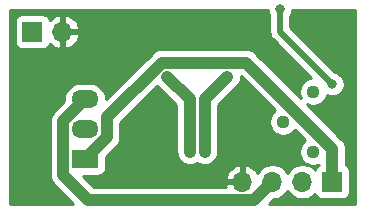
<source format=gbl>
%TF.GenerationSoftware,KiCad,Pcbnew,(5.1.8)-1*%
%TF.CreationDate,2021-03-06T21:20:45+09:00*%
%TF.ProjectId,power module,706f7765-7220-46d6-9f64-756c652e6b69,rev?*%
%TF.SameCoordinates,PX525bfc0PY59a0560*%
%TF.FileFunction,Copper,L2,Bot*%
%TF.FilePolarity,Positive*%
%FSLAX46Y46*%
G04 Gerber Fmt 4.6, Leading zero omitted, Abs format (unit mm)*
G04 Created by KiCad (PCBNEW (5.1.8)-1) date 2021-03-06 21:20:45*
%MOMM*%
%LPD*%
G01*
G04 APERTURE LIST*
%TA.AperFunction,ComponentPad*%
%ADD10R,1.700000X1.700000*%
%TD*%
%TA.AperFunction,ComponentPad*%
%ADD11O,1.700000X1.700000*%
%TD*%
%TA.AperFunction,ComponentPad*%
%ADD12C,1.120000*%
%TD*%
%TA.AperFunction,ComponentPad*%
%ADD13R,2.300000X1.500000*%
%TD*%
%TA.AperFunction,ComponentPad*%
%ADD14O,2.300000X1.500000*%
%TD*%
%TA.AperFunction,ViaPad*%
%ADD15C,0.800000*%
%TD*%
%TA.AperFunction,Conductor*%
%ADD16C,1.000000*%
%TD*%
%TA.AperFunction,Conductor*%
%ADD17C,0.500000*%
%TD*%
%TA.AperFunction,Conductor*%
%ADD18C,0.254000*%
%TD*%
%TA.AperFunction,Conductor*%
%ADD19C,0.100000*%
%TD*%
G04 APERTURE END LIST*
D10*
%TO.P,J2,1*%
%TO.N,Net-(C1-Pad1)*%
X27940000Y2540000D03*
D11*
%TO.P,J2,2*%
%TO.N,Net-(C2-Pad1)*%
X25400000Y2540000D03*
%TO.P,J2,3*%
%TO.N,Net-(J2-Pad3)*%
X22860000Y2540000D03*
%TO.P,J2,4*%
%TO.N,Net-(C1-Pad2)*%
X20320000Y2540000D03*
%TD*%
D10*
%TO.P,J1,1*%
%TO.N,Net-(C1-Pad1)*%
X2540000Y15240000D03*
D11*
%TO.P,J1,2*%
%TO.N,Net-(C1-Pad2)*%
X5080000Y15240000D03*
%TD*%
D12*
%TO.P,R3,1*%
%TO.N,Net-(PS1-Pad6)*%
X26315000Y5080000D03*
%TO.P,R3,2*%
%TO.N,Net-(R3-Pad2)*%
X23775000Y7620000D03*
%TO.P,R3,3*%
X26315000Y10160000D03*
%TD*%
D13*
%TO.P,U1,1*%
%TO.N,Net-(C1-Pad1)*%
X6985000Y4445000D03*
D14*
%TO.P,U1,2*%
%TO.N,Net-(C1-Pad2)*%
X6985000Y6985000D03*
%TO.P,U1,3*%
%TO.N,Net-(J2-Pad3)*%
X6985000Y9525000D03*
%TD*%
D15*
%TO.N,Net-(C1-Pad2)*%
X8890000Y11430000D03*
X22860000Y13970000D03*
X9525000Y16510000D03*
X13970000Y8890000D03*
X1270000Y1270000D03*
X1270000Y4445000D03*
X4445000Y1270000D03*
X15240000Y2540000D03*
X29210000Y10160000D03*
%TO.N,Net-(C2-Pad1)*%
X17145000Y5080000D03*
X19050000Y11430000D03*
X27940000Y10795000D03*
X23495000Y17145000D03*
%TO.N,Net-(PS1-Pad1)*%
X15875000Y5080000D03*
X13970000Y11430000D03*
%TD*%
D16*
%TO.N,Net-(C1-Pad1)*%
X27940000Y5319802D02*
X27940000Y2540000D01*
X20629793Y12630009D02*
X27940000Y5319802D01*
X13472939Y12630009D02*
X20629793Y12630009D01*
X8835010Y7992080D02*
X13472939Y12630009D01*
X8835010Y6295010D02*
X8835010Y7992080D01*
X6985000Y4445000D02*
X8835010Y6295010D01*
%TO.N,Net-(C2-Pad1)*%
X17145000Y9525000D02*
X19050000Y11430000D01*
X17145000Y5080000D02*
X17145000Y9525000D01*
D17*
X23495000Y15240000D02*
X23495000Y17145000D01*
X27940000Y10795000D02*
X23495000Y15240000D01*
D16*
%TO.N,Net-(J2-Pad3)*%
X21309999Y989999D02*
X22860000Y2540000D01*
X7279999Y989999D02*
X21309999Y989999D01*
X5134999Y3134999D02*
X7279999Y989999D01*
X5134999Y7674999D02*
X5134999Y3134999D01*
X6985000Y9525000D02*
X5134999Y7674999D01*
%TO.N,Net-(PS1-Pad1)*%
X15875000Y9525000D02*
X13970000Y11430000D01*
X15875000Y5080000D02*
X15875000Y9525000D01*
%TD*%
D18*
%TO.N,Net-(C1-Pad2)*%
X22460000Y17043061D02*
X22499774Y16843102D01*
X22577795Y16654744D01*
X22610001Y16606545D01*
X22610000Y15283469D01*
X22605719Y15240000D01*
X22610000Y15196531D01*
X22610000Y15196524D01*
X22622805Y15066511D01*
X22673411Y14899688D01*
X22755589Y14745942D01*
X22866183Y14611183D01*
X22899956Y14583466D01*
X26139849Y11343572D01*
X25966431Y11309077D01*
X25748955Y11218995D01*
X25553232Y11088217D01*
X25386783Y10921768D01*
X25256005Y10726045D01*
X25165923Y10508569D01*
X25120000Y10277697D01*
X25120000Y10042303D01*
X25165923Y9811431D01*
X25245417Y9619516D01*
X21471789Y13393144D01*
X21436242Y13436458D01*
X21263416Y13578293D01*
X21066240Y13683685D01*
X20852292Y13748586D01*
X20685545Y13765009D01*
X20685544Y13765009D01*
X20629793Y13770500D01*
X20574042Y13765009D01*
X13528690Y13765009D01*
X13472938Y13770500D01*
X13417187Y13765009D01*
X13250440Y13748586D01*
X13036492Y13683685D01*
X12839316Y13578293D01*
X12666490Y13436458D01*
X12630948Y13393150D01*
X8775455Y9537656D01*
X8749960Y9796507D01*
X8670764Y10057581D01*
X8542157Y10298188D01*
X8369081Y10509081D01*
X8158188Y10682157D01*
X7917581Y10810764D01*
X7656507Y10889960D01*
X7453037Y10910000D01*
X6516963Y10910000D01*
X6313493Y10889960D01*
X6052419Y10810764D01*
X5811812Y10682157D01*
X5600919Y10509081D01*
X5427843Y10298188D01*
X5299236Y10057581D01*
X5220040Y9796507D01*
X5193299Y9525000D01*
X5210027Y9355159D01*
X4371863Y8516994D01*
X4328550Y8481448D01*
X4186715Y8308622D01*
X4096586Y8140000D01*
X4081323Y8111445D01*
X4016422Y7897497D01*
X3994508Y7674999D01*
X3999999Y7619247D01*
X4000000Y3190760D01*
X3994508Y3134999D01*
X4016422Y2912501D01*
X4081323Y2698553D01*
X4130383Y2606769D01*
X4186716Y2501376D01*
X4328551Y2328550D01*
X4371859Y2293008D01*
X6004866Y660000D01*
X660000Y660000D01*
X660000Y16090000D01*
X1051928Y16090000D01*
X1051928Y14390000D01*
X1064188Y14265518D01*
X1100498Y14145820D01*
X1159463Y14035506D01*
X1238815Y13938815D01*
X1335506Y13859463D01*
X1445820Y13800498D01*
X1565518Y13764188D01*
X1690000Y13751928D01*
X3390000Y13751928D01*
X3514482Y13764188D01*
X3634180Y13800498D01*
X3744494Y13859463D01*
X3841185Y13938815D01*
X3920537Y14035506D01*
X3979502Y14145820D01*
X4003966Y14226466D01*
X4079731Y14142412D01*
X4313080Y13968359D01*
X4575901Y13843175D01*
X4723110Y13798524D01*
X4953000Y13919845D01*
X4953000Y15113000D01*
X5207000Y15113000D01*
X5207000Y13919845D01*
X5436890Y13798524D01*
X5584099Y13843175D01*
X5846920Y13968359D01*
X6080269Y14142412D01*
X6275178Y14358645D01*
X6424157Y14608748D01*
X6521481Y14883109D01*
X6400814Y15113000D01*
X5207000Y15113000D01*
X4953000Y15113000D01*
X4933000Y15113000D01*
X4933000Y15367000D01*
X4953000Y15367000D01*
X4953000Y16560155D01*
X5207000Y16560155D01*
X5207000Y15367000D01*
X6400814Y15367000D01*
X6521481Y15596891D01*
X6424157Y15871252D01*
X6275178Y16121355D01*
X6080269Y16337588D01*
X5846920Y16511641D01*
X5584099Y16636825D01*
X5436890Y16681476D01*
X5207000Y16560155D01*
X4953000Y16560155D01*
X4723110Y16681476D01*
X4575901Y16636825D01*
X4313080Y16511641D01*
X4079731Y16337588D01*
X4003966Y16253534D01*
X3979502Y16334180D01*
X3920537Y16444494D01*
X3841185Y16541185D01*
X3744494Y16620537D01*
X3634180Y16679502D01*
X3514482Y16715812D01*
X3390000Y16728072D01*
X1690000Y16728072D01*
X1565518Y16715812D01*
X1445820Y16679502D01*
X1335506Y16620537D01*
X1238815Y16541185D01*
X1159463Y16444494D01*
X1100498Y16334180D01*
X1064188Y16214482D01*
X1051928Y16090000D01*
X660000Y16090000D01*
X660000Y17120000D01*
X22460000Y17120000D01*
X22460000Y17043061D01*
%TA.AperFunction,Conductor*%
D19*
G36*
X22460000Y17043061D02*
G01*
X22499774Y16843102D01*
X22577795Y16654744D01*
X22610001Y16606545D01*
X22610000Y15283469D01*
X22605719Y15240000D01*
X22610000Y15196531D01*
X22610000Y15196524D01*
X22622805Y15066511D01*
X22673411Y14899688D01*
X22755589Y14745942D01*
X22866183Y14611183D01*
X22899956Y14583466D01*
X26139849Y11343572D01*
X25966431Y11309077D01*
X25748955Y11218995D01*
X25553232Y11088217D01*
X25386783Y10921768D01*
X25256005Y10726045D01*
X25165923Y10508569D01*
X25120000Y10277697D01*
X25120000Y10042303D01*
X25165923Y9811431D01*
X25245417Y9619516D01*
X21471789Y13393144D01*
X21436242Y13436458D01*
X21263416Y13578293D01*
X21066240Y13683685D01*
X20852292Y13748586D01*
X20685545Y13765009D01*
X20685544Y13765009D01*
X20629793Y13770500D01*
X20574042Y13765009D01*
X13528690Y13765009D01*
X13472938Y13770500D01*
X13417187Y13765009D01*
X13250440Y13748586D01*
X13036492Y13683685D01*
X12839316Y13578293D01*
X12666490Y13436458D01*
X12630948Y13393150D01*
X8775455Y9537656D01*
X8749960Y9796507D01*
X8670764Y10057581D01*
X8542157Y10298188D01*
X8369081Y10509081D01*
X8158188Y10682157D01*
X7917581Y10810764D01*
X7656507Y10889960D01*
X7453037Y10910000D01*
X6516963Y10910000D01*
X6313493Y10889960D01*
X6052419Y10810764D01*
X5811812Y10682157D01*
X5600919Y10509081D01*
X5427843Y10298188D01*
X5299236Y10057581D01*
X5220040Y9796507D01*
X5193299Y9525000D01*
X5210027Y9355159D01*
X4371863Y8516994D01*
X4328550Y8481448D01*
X4186715Y8308622D01*
X4096586Y8140000D01*
X4081323Y8111445D01*
X4016422Y7897497D01*
X3994508Y7674999D01*
X3999999Y7619247D01*
X4000000Y3190760D01*
X3994508Y3134999D01*
X4016422Y2912501D01*
X4081323Y2698553D01*
X4130383Y2606769D01*
X4186716Y2501376D01*
X4328551Y2328550D01*
X4371859Y2293008D01*
X6004866Y660000D01*
X660000Y660000D01*
X660000Y16090000D01*
X1051928Y16090000D01*
X1051928Y14390000D01*
X1064188Y14265518D01*
X1100498Y14145820D01*
X1159463Y14035506D01*
X1238815Y13938815D01*
X1335506Y13859463D01*
X1445820Y13800498D01*
X1565518Y13764188D01*
X1690000Y13751928D01*
X3390000Y13751928D01*
X3514482Y13764188D01*
X3634180Y13800498D01*
X3744494Y13859463D01*
X3841185Y13938815D01*
X3920537Y14035506D01*
X3979502Y14145820D01*
X4003966Y14226466D01*
X4079731Y14142412D01*
X4313080Y13968359D01*
X4575901Y13843175D01*
X4723110Y13798524D01*
X4953000Y13919845D01*
X4953000Y15113000D01*
X5207000Y15113000D01*
X5207000Y13919845D01*
X5436890Y13798524D01*
X5584099Y13843175D01*
X5846920Y13968359D01*
X6080269Y14142412D01*
X6275178Y14358645D01*
X6424157Y14608748D01*
X6521481Y14883109D01*
X6400814Y15113000D01*
X5207000Y15113000D01*
X4953000Y15113000D01*
X4933000Y15113000D01*
X4933000Y15367000D01*
X4953000Y15367000D01*
X4953000Y16560155D01*
X5207000Y16560155D01*
X5207000Y15367000D01*
X6400814Y15367000D01*
X6521481Y15596891D01*
X6424157Y15871252D01*
X6275178Y16121355D01*
X6080269Y16337588D01*
X5846920Y16511641D01*
X5584099Y16636825D01*
X5436890Y16681476D01*
X5207000Y16560155D01*
X4953000Y16560155D01*
X4723110Y16681476D01*
X4575901Y16636825D01*
X4313080Y16511641D01*
X4079731Y16337588D01*
X4003966Y16253534D01*
X3979502Y16334180D01*
X3920537Y16444494D01*
X3841185Y16541185D01*
X3744494Y16620537D01*
X3634180Y16679502D01*
X3514482Y16715812D01*
X3390000Y16728072D01*
X1690000Y16728072D01*
X1565518Y16715812D01*
X1445820Y16679502D01*
X1335506Y16620537D01*
X1238815Y16541185D01*
X1159463Y16444494D01*
X1100498Y16334180D01*
X1064188Y16214482D01*
X1051928Y16090000D01*
X660000Y16090000D01*
X660000Y17120000D01*
X22460000Y17120000D01*
X22460000Y17043061D01*
G37*
%TD.AperFunction*%
D18*
X29820001Y660000D02*
X22585131Y660000D01*
X22980132Y1055000D01*
X23006260Y1055000D01*
X23293158Y1112068D01*
X23563411Y1224010D01*
X23806632Y1386525D01*
X24013475Y1593368D01*
X24130000Y1767760D01*
X24246525Y1593368D01*
X24453368Y1386525D01*
X24696589Y1224010D01*
X24966842Y1112068D01*
X25253740Y1055000D01*
X25546260Y1055000D01*
X25833158Y1112068D01*
X26103411Y1224010D01*
X26346632Y1386525D01*
X26478487Y1518380D01*
X26500498Y1445820D01*
X26559463Y1335506D01*
X26638815Y1238815D01*
X26735506Y1159463D01*
X26845820Y1100498D01*
X26965518Y1064188D01*
X27090000Y1051928D01*
X28790000Y1051928D01*
X28914482Y1064188D01*
X29034180Y1100498D01*
X29144494Y1159463D01*
X29241185Y1238815D01*
X29320537Y1335506D01*
X29379502Y1445820D01*
X29415812Y1565518D01*
X29428072Y1690000D01*
X29428072Y3390000D01*
X29415812Y3514482D01*
X29379502Y3634180D01*
X29320537Y3744494D01*
X29241185Y3841185D01*
X29144494Y3920537D01*
X29075000Y3957683D01*
X29075000Y5264050D01*
X29080491Y5319802D01*
X29058577Y5542301D01*
X28993676Y5756249D01*
X28888284Y5953425D01*
X28746449Y6126251D01*
X28703141Y6161793D01*
X25774517Y9090417D01*
X25966431Y9010923D01*
X26197303Y8965000D01*
X26432697Y8965000D01*
X26663569Y9010923D01*
X26881045Y9101005D01*
X27076768Y9231783D01*
X27243217Y9398232D01*
X27373995Y9593955D01*
X27464077Y9811431D01*
X27475182Y9867258D01*
X27638102Y9799774D01*
X27838061Y9760000D01*
X28041939Y9760000D01*
X28241898Y9799774D01*
X28430256Y9877795D01*
X28599774Y9991063D01*
X28743937Y10135226D01*
X28857205Y10304744D01*
X28935226Y10493102D01*
X28975000Y10693061D01*
X28975000Y10896939D01*
X28935226Y11096898D01*
X28857205Y11285256D01*
X28743937Y11454774D01*
X28599774Y11598937D01*
X28430256Y11712205D01*
X28241898Y11790226D01*
X28185044Y11801535D01*
X24380000Y15606578D01*
X24380000Y16606546D01*
X24412205Y16654744D01*
X24490226Y16843102D01*
X24530000Y17043061D01*
X24530000Y17120000D01*
X29820000Y17120000D01*
X29820001Y660000D01*
%TA.AperFunction,Conductor*%
D19*
G36*
X29820001Y660000D02*
G01*
X22585131Y660000D01*
X22980132Y1055000D01*
X23006260Y1055000D01*
X23293158Y1112068D01*
X23563411Y1224010D01*
X23806632Y1386525D01*
X24013475Y1593368D01*
X24130000Y1767760D01*
X24246525Y1593368D01*
X24453368Y1386525D01*
X24696589Y1224010D01*
X24966842Y1112068D01*
X25253740Y1055000D01*
X25546260Y1055000D01*
X25833158Y1112068D01*
X26103411Y1224010D01*
X26346632Y1386525D01*
X26478487Y1518380D01*
X26500498Y1445820D01*
X26559463Y1335506D01*
X26638815Y1238815D01*
X26735506Y1159463D01*
X26845820Y1100498D01*
X26965518Y1064188D01*
X27090000Y1051928D01*
X28790000Y1051928D01*
X28914482Y1064188D01*
X29034180Y1100498D01*
X29144494Y1159463D01*
X29241185Y1238815D01*
X29320537Y1335506D01*
X29379502Y1445820D01*
X29415812Y1565518D01*
X29428072Y1690000D01*
X29428072Y3390000D01*
X29415812Y3514482D01*
X29379502Y3634180D01*
X29320537Y3744494D01*
X29241185Y3841185D01*
X29144494Y3920537D01*
X29075000Y3957683D01*
X29075000Y5264050D01*
X29080491Y5319802D01*
X29058577Y5542301D01*
X28993676Y5756249D01*
X28888284Y5953425D01*
X28746449Y6126251D01*
X28703141Y6161793D01*
X25774517Y9090417D01*
X25966431Y9010923D01*
X26197303Y8965000D01*
X26432697Y8965000D01*
X26663569Y9010923D01*
X26881045Y9101005D01*
X27076768Y9231783D01*
X27243217Y9398232D01*
X27373995Y9593955D01*
X27464077Y9811431D01*
X27475182Y9867258D01*
X27638102Y9799774D01*
X27838061Y9760000D01*
X28041939Y9760000D01*
X28241898Y9799774D01*
X28430256Y9877795D01*
X28599774Y9991063D01*
X28743937Y10135226D01*
X28857205Y10304744D01*
X28935226Y10493102D01*
X28975000Y10693061D01*
X28975000Y10896939D01*
X28935226Y11096898D01*
X28857205Y11285256D01*
X28743937Y11454774D01*
X28599774Y11598937D01*
X28430256Y11712205D01*
X28241898Y11790226D01*
X28185044Y11801535D01*
X24380000Y15606578D01*
X24380000Y16606546D01*
X24412205Y16654744D01*
X24490226Y16843102D01*
X24530000Y17043061D01*
X24530000Y17120000D01*
X29820000Y17120000D01*
X29820001Y660000D01*
G37*
%TD.AperFunction*%
D18*
X23069114Y8585556D02*
X23013232Y8548217D01*
X22846783Y8381768D01*
X22716005Y8186045D01*
X22625923Y7968569D01*
X22580000Y7737697D01*
X22580000Y7502303D01*
X22625923Y7271431D01*
X22716005Y7053955D01*
X22846783Y6858232D01*
X23013232Y6691783D01*
X23208955Y6561005D01*
X23426431Y6470923D01*
X23657303Y6425000D01*
X23892697Y6425000D01*
X24123569Y6470923D01*
X24341045Y6561005D01*
X24536768Y6691783D01*
X24703217Y6858232D01*
X24740556Y6914114D01*
X25609114Y6045556D01*
X25553232Y6008217D01*
X25386783Y5841768D01*
X25256005Y5646045D01*
X25165923Y5428569D01*
X25120000Y5197697D01*
X25120000Y4962303D01*
X25165923Y4731431D01*
X25256005Y4513955D01*
X25386783Y4318232D01*
X25553232Y4151783D01*
X25748955Y4021005D01*
X25966431Y3930923D01*
X26197303Y3885000D01*
X26432697Y3885000D01*
X26663569Y3930923D01*
X26805000Y3989506D01*
X26805000Y3957683D01*
X26735506Y3920537D01*
X26638815Y3841185D01*
X26559463Y3744494D01*
X26500498Y3634180D01*
X26478487Y3561620D01*
X26346632Y3693475D01*
X26103411Y3855990D01*
X25833158Y3967932D01*
X25546260Y4025000D01*
X25253740Y4025000D01*
X24966842Y3967932D01*
X24696589Y3855990D01*
X24453368Y3693475D01*
X24246525Y3486632D01*
X24130000Y3312240D01*
X24013475Y3486632D01*
X23806632Y3693475D01*
X23563411Y3855990D01*
X23293158Y3967932D01*
X23006260Y4025000D01*
X22713740Y4025000D01*
X22426842Y3967932D01*
X22156589Y3855990D01*
X21913368Y3693475D01*
X21706525Y3486632D01*
X21584805Y3304466D01*
X21515178Y3421355D01*
X21320269Y3637588D01*
X21086920Y3811641D01*
X20824099Y3936825D01*
X20676890Y3981476D01*
X20447000Y3860155D01*
X20447000Y2667000D01*
X20467000Y2667000D01*
X20467000Y2413000D01*
X20447000Y2413000D01*
X20447000Y2393000D01*
X20193000Y2393000D01*
X20193000Y2413000D01*
X18999186Y2413000D01*
X18878519Y2183109D01*
X18899132Y2124999D01*
X7750131Y2124999D01*
X6978239Y2896891D01*
X18878519Y2896891D01*
X18999186Y2667000D01*
X20193000Y2667000D01*
X20193000Y3860155D01*
X19963110Y3981476D01*
X19815901Y3936825D01*
X19553080Y3811641D01*
X19319731Y3637588D01*
X19124822Y3421355D01*
X18975843Y3171252D01*
X18878519Y2896891D01*
X6978239Y2896891D01*
X6818201Y3056928D01*
X8135000Y3056928D01*
X8259482Y3069188D01*
X8379180Y3105498D01*
X8489494Y3164463D01*
X8586185Y3243815D01*
X8665537Y3340506D01*
X8724502Y3450820D01*
X8760812Y3570518D01*
X8773072Y3695000D01*
X8773072Y4627940D01*
X9598150Y5453019D01*
X9641459Y5488561D01*
X9783294Y5661387D01*
X9888686Y5858563D01*
X9953587Y6072511D01*
X9970010Y6239258D01*
X9970010Y6239265D01*
X9975500Y6295009D01*
X9970010Y6350753D01*
X9970010Y7521949D01*
X13122110Y10674048D01*
X13128012Y10666857D01*
X14740001Y9054867D01*
X14740000Y5024249D01*
X14756423Y4857502D01*
X14821324Y4643554D01*
X14926716Y4446377D01*
X15068551Y4273551D01*
X15241377Y4131716D01*
X15438553Y4026324D01*
X15652501Y3961423D01*
X15875000Y3939509D01*
X16097498Y3961423D01*
X16311446Y4026324D01*
X16508623Y4131716D01*
X16510000Y4132846D01*
X16511377Y4131716D01*
X16708553Y4026324D01*
X16922501Y3961423D01*
X17145000Y3939509D01*
X17367498Y3961423D01*
X17581446Y4026324D01*
X17778623Y4131716D01*
X17951449Y4273551D01*
X18093284Y4446377D01*
X18198676Y4643553D01*
X18263577Y4857501D01*
X18280000Y5024248D01*
X18280000Y9054869D01*
X19891988Y10666856D01*
X19998284Y10796377D01*
X20103676Y10993553D01*
X20168577Y11207501D01*
X20190491Y11430000D01*
X20186757Y11467914D01*
X23069114Y8585556D01*
%TA.AperFunction,Conductor*%
D19*
G36*
X23069114Y8585556D02*
G01*
X23013232Y8548217D01*
X22846783Y8381768D01*
X22716005Y8186045D01*
X22625923Y7968569D01*
X22580000Y7737697D01*
X22580000Y7502303D01*
X22625923Y7271431D01*
X22716005Y7053955D01*
X22846783Y6858232D01*
X23013232Y6691783D01*
X23208955Y6561005D01*
X23426431Y6470923D01*
X23657303Y6425000D01*
X23892697Y6425000D01*
X24123569Y6470923D01*
X24341045Y6561005D01*
X24536768Y6691783D01*
X24703217Y6858232D01*
X24740556Y6914114D01*
X25609114Y6045556D01*
X25553232Y6008217D01*
X25386783Y5841768D01*
X25256005Y5646045D01*
X25165923Y5428569D01*
X25120000Y5197697D01*
X25120000Y4962303D01*
X25165923Y4731431D01*
X25256005Y4513955D01*
X25386783Y4318232D01*
X25553232Y4151783D01*
X25748955Y4021005D01*
X25966431Y3930923D01*
X26197303Y3885000D01*
X26432697Y3885000D01*
X26663569Y3930923D01*
X26805000Y3989506D01*
X26805000Y3957683D01*
X26735506Y3920537D01*
X26638815Y3841185D01*
X26559463Y3744494D01*
X26500498Y3634180D01*
X26478487Y3561620D01*
X26346632Y3693475D01*
X26103411Y3855990D01*
X25833158Y3967932D01*
X25546260Y4025000D01*
X25253740Y4025000D01*
X24966842Y3967932D01*
X24696589Y3855990D01*
X24453368Y3693475D01*
X24246525Y3486632D01*
X24130000Y3312240D01*
X24013475Y3486632D01*
X23806632Y3693475D01*
X23563411Y3855990D01*
X23293158Y3967932D01*
X23006260Y4025000D01*
X22713740Y4025000D01*
X22426842Y3967932D01*
X22156589Y3855990D01*
X21913368Y3693475D01*
X21706525Y3486632D01*
X21584805Y3304466D01*
X21515178Y3421355D01*
X21320269Y3637588D01*
X21086920Y3811641D01*
X20824099Y3936825D01*
X20676890Y3981476D01*
X20447000Y3860155D01*
X20447000Y2667000D01*
X20467000Y2667000D01*
X20467000Y2413000D01*
X20447000Y2413000D01*
X20447000Y2393000D01*
X20193000Y2393000D01*
X20193000Y2413000D01*
X18999186Y2413000D01*
X18878519Y2183109D01*
X18899132Y2124999D01*
X7750131Y2124999D01*
X6978239Y2896891D01*
X18878519Y2896891D01*
X18999186Y2667000D01*
X20193000Y2667000D01*
X20193000Y3860155D01*
X19963110Y3981476D01*
X19815901Y3936825D01*
X19553080Y3811641D01*
X19319731Y3637588D01*
X19124822Y3421355D01*
X18975843Y3171252D01*
X18878519Y2896891D01*
X6978239Y2896891D01*
X6818201Y3056928D01*
X8135000Y3056928D01*
X8259482Y3069188D01*
X8379180Y3105498D01*
X8489494Y3164463D01*
X8586185Y3243815D01*
X8665537Y3340506D01*
X8724502Y3450820D01*
X8760812Y3570518D01*
X8773072Y3695000D01*
X8773072Y4627940D01*
X9598150Y5453019D01*
X9641459Y5488561D01*
X9783294Y5661387D01*
X9888686Y5858563D01*
X9953587Y6072511D01*
X9970010Y6239258D01*
X9970010Y6239265D01*
X9975500Y6295009D01*
X9970010Y6350753D01*
X9970010Y7521949D01*
X13122110Y10674048D01*
X13128012Y10666857D01*
X14740001Y9054867D01*
X14740000Y5024249D01*
X14756423Y4857502D01*
X14821324Y4643554D01*
X14926716Y4446377D01*
X15068551Y4273551D01*
X15241377Y4131716D01*
X15438553Y4026324D01*
X15652501Y3961423D01*
X15875000Y3939509D01*
X16097498Y3961423D01*
X16311446Y4026324D01*
X16508623Y4131716D01*
X16510000Y4132846D01*
X16511377Y4131716D01*
X16708553Y4026324D01*
X16922501Y3961423D01*
X17145000Y3939509D01*
X17367498Y3961423D01*
X17581446Y4026324D01*
X17778623Y4131716D01*
X17951449Y4273551D01*
X18093284Y4446377D01*
X18198676Y4643553D01*
X18263577Y4857501D01*
X18280000Y5024248D01*
X18280000Y9054869D01*
X19891988Y10666856D01*
X19998284Y10796377D01*
X20103676Y10993553D01*
X20168577Y11207501D01*
X20190491Y11430000D01*
X20186757Y11467914D01*
X23069114Y8585556D01*
G37*
%TD.AperFunction*%
D18*
X7112000Y7112000D02*
X7132000Y7112000D01*
X7132000Y6858000D01*
X7112000Y6858000D01*
X7112000Y6838000D01*
X6858000Y6838000D01*
X6858000Y6858000D01*
X6838000Y6858000D01*
X6838000Y7112000D01*
X6858000Y7112000D01*
X6858000Y7132000D01*
X7112000Y7132000D01*
X7112000Y7112000D01*
%TA.AperFunction,Conductor*%
D19*
G36*
X7112000Y7112000D02*
G01*
X7132000Y7112000D01*
X7132000Y6858000D01*
X7112000Y6858000D01*
X7112000Y6838000D01*
X6858000Y6838000D01*
X6858000Y6858000D01*
X6838000Y6858000D01*
X6838000Y7112000D01*
X6858000Y7112000D01*
X6858000Y7132000D01*
X7112000Y7132000D01*
X7112000Y7112000D01*
G37*
%TD.AperFunction*%
%TD*%
M02*

</source>
